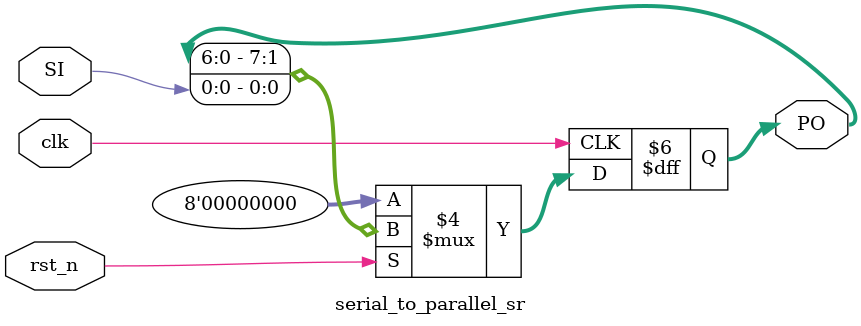
<source format=v>
module serial_to_parallel_sr(clk, SI, rst_n, PO);
    parameter W = 8;
    input  clk, SI, rst_n; 
    output reg [W-1:0] PO; 
    always @(posedge clk) begin 
        if(~rst_n)
            PO <= 0;
        else
            PO <= {PO[W-2:0], SI}; 
    end 
endmodule

</source>
